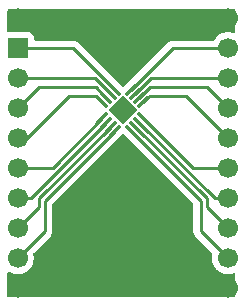
<source format=gtl>
G04 #@! TF.GenerationSoftware,KiCad,Pcbnew,9.0.6*
G04 #@! TF.CreationDate,2026-01-02T14:07:03-06:00*
G04 #@! TF.ProjectId,QFN-16_3x3,51464e2d-3136-45f3-9378-332e6b696361,rev?*
G04 #@! TF.SameCoordinates,Original*
G04 #@! TF.FileFunction,Copper,L1,Top*
G04 #@! TF.FilePolarity,Positive*
%FSLAX46Y46*%
G04 Gerber Fmt 4.6, Leading zero omitted, Abs format (unit mm)*
G04 Created by KiCad (PCBNEW 9.0.6) date 2026-01-02 14:07:03*
%MOMM*%
%LPD*%
G01*
G04 APERTURE LIST*
G04 Aperture macros list*
%AMRoundRect*
0 Rectangle with rounded corners*
0 $1 Rounding radius*
0 $2 $3 $4 $5 $6 $7 $8 $9 X,Y pos of 4 corners*
0 Add a 4 corners polygon primitive as box body*
4,1,4,$2,$3,$4,$5,$6,$7,$8,$9,$2,$3,0*
0 Add four circle primitives for the rounded corners*
1,1,$1+$1,$2,$3*
1,1,$1+$1,$4,$5*
1,1,$1+$1,$6,$7*
1,1,$1+$1,$8,$9*
0 Add four rect primitives between the rounded corners*
20,1,$1+$1,$2,$3,$4,$5,0*
20,1,$1+$1,$4,$5,$6,$7,0*
20,1,$1+$1,$6,$7,$8,$9,0*
20,1,$1+$1,$8,$9,$2,$3,0*%
%AMRotRect*
0 Rectangle, with rotation*
0 The origin of the aperture is its center*
0 $1 length*
0 $2 width*
0 $3 Rotation angle, in degrees counterclockwise*
0 Add horizontal line*
21,1,$1,$2,0,0,$3*%
G04 Aperture macros list end*
G04 #@! TA.AperFunction,SMDPad,CuDef*
%ADD10RoundRect,0.062500X-0.437522X0.349134X0.349134X-0.437522X0.437522X-0.349134X-0.349134X0.437522X0*%
G04 #@! TD*
G04 #@! TA.AperFunction,SMDPad,CuDef*
%ADD11RoundRect,0.062500X-0.437522X-0.349134X-0.349134X-0.437522X0.437522X0.349134X0.349134X0.437522X0*%
G04 #@! TD*
G04 #@! TA.AperFunction,HeatsinkPad*
%ADD12C,0.500000*%
G04 #@! TD*
G04 #@! TA.AperFunction,HeatsinkPad*
%ADD13RotRect,1.700000X1.700000X315.000000*%
G04 #@! TD*
G04 #@! TA.AperFunction,ComponentPad*
%ADD14C,1.700000*%
G04 #@! TD*
G04 #@! TA.AperFunction,ComponentPad*
%ADD15R,1.700000X1.700000*%
G04 #@! TD*
G04 #@! TA.AperFunction,ViaPad*
%ADD16C,0.600000*%
G04 #@! TD*
G04 #@! TA.AperFunction,Conductor*
%ADD17C,0.250000*%
G04 #@! TD*
G04 APERTURE END LIST*
D10*
X130126581Y-115278885D03*
X129773028Y-115632439D03*
X129419475Y-115985992D03*
X129065921Y-116339545D03*
D11*
X129065921Y-117706383D03*
X129419475Y-118059936D03*
X129773028Y-118413489D03*
X130126581Y-118767043D03*
D10*
X131493419Y-118767043D03*
X131846972Y-118413489D03*
X132200525Y-118059936D03*
X132554079Y-117706383D03*
D11*
X132554079Y-116339545D03*
X132200525Y-115985992D03*
X131846972Y-115632439D03*
X131493419Y-115278885D03*
D12*
X130810000Y-116174436D03*
X129961472Y-117022964D03*
D13*
X130810000Y-117022964D03*
D12*
X131658528Y-117022964D03*
X130810000Y-117871492D03*
D14*
X121920000Y-109220000D03*
D15*
X121920000Y-111760000D03*
D14*
X121920000Y-114299999D03*
X121920000Y-116840000D03*
X121920000Y-119380000D03*
X121920000Y-121920000D03*
X121920000Y-124460000D03*
X121920000Y-127000001D03*
X121920000Y-129540000D03*
X121920000Y-132080000D03*
X139700000Y-109220001D03*
X139700000Y-111760001D03*
X139700000Y-114300001D03*
X139700000Y-116840001D03*
X139700000Y-119380001D03*
X139700000Y-121920001D03*
X139700000Y-124460001D03*
X139700000Y-127000001D03*
X139700000Y-129540001D03*
X139700000Y-132080001D03*
D16*
X130810000Y-127000000D03*
X130810000Y-114427000D03*
X130810000Y-119634000D03*
D17*
X124206000Y-127254000D02*
X124206000Y-124687624D01*
X124206000Y-124687624D02*
X130126581Y-118767043D01*
X121920000Y-129540000D02*
X124206000Y-127254000D01*
X123698000Y-124488517D02*
X123698000Y-125222001D01*
X123698000Y-125222001D02*
X121920000Y-127000001D01*
X129773028Y-118413489D02*
X123698000Y-124488517D01*
X137414000Y-124687624D02*
X131493419Y-118767043D01*
X139700000Y-129540001D02*
X137414000Y-127254001D01*
X137414000Y-127254001D02*
X137414000Y-124687624D01*
X137922000Y-124488517D02*
X137922000Y-125222001D01*
X131846972Y-118413489D02*
X137922000Y-124488517D01*
X137922000Y-125222001D02*
X139700000Y-127000001D01*
X136767697Y-121920001D02*
X139700000Y-121920001D01*
X132554079Y-117706383D02*
X136767697Y-121920001D01*
X124852304Y-121920000D02*
X121920000Y-121920000D01*
X129065921Y-117706383D02*
X124852304Y-121920000D01*
X123698000Y-115062000D02*
X121920000Y-116840000D01*
X128495483Y-115062000D02*
X123698000Y-115062000D01*
X129419475Y-115985992D02*
X128495483Y-115062000D01*
X129419475Y-118059936D02*
X123019411Y-124460000D01*
X123019411Y-124460000D02*
X121920000Y-124460000D01*
X126607696Y-111760000D02*
X121920000Y-111760000D01*
X130126581Y-115278885D02*
X126607696Y-111760000D01*
X128440588Y-114299999D02*
X121920000Y-114299999D01*
X129773028Y-115632439D02*
X128440588Y-114299999D01*
X132200525Y-115985992D02*
X133124517Y-115062000D01*
X133124517Y-115062000D02*
X137921999Y-115062000D01*
X137921999Y-115062000D02*
X139700000Y-116840001D01*
X131493419Y-115278885D02*
X135012303Y-111760001D01*
X135012303Y-111760001D02*
X139700000Y-111760001D01*
X133179410Y-114300001D02*
X139700000Y-114300001D01*
X131846972Y-115632439D02*
X133179410Y-114300001D01*
X122682000Y-119380000D02*
X121920000Y-119380000D01*
X126238000Y-115824000D02*
X122682000Y-119380000D01*
X129065921Y-116339545D02*
X128550376Y-115824000D01*
X128550376Y-115824000D02*
X126238000Y-115824000D01*
X133069624Y-115824000D02*
X136143999Y-115824000D01*
X136143999Y-115824000D02*
X139700000Y-119380001D01*
X132554079Y-116339545D02*
X133069624Y-115824000D01*
X132200525Y-118059936D02*
X138600590Y-124460001D01*
X138600590Y-124460001D02*
X139700000Y-124460001D01*
G04 #@! TA.AperFunction,Conductor*
G36*
X130853333Y-119027393D02*
G01*
X130897678Y-119055891D01*
X131000497Y-119158710D01*
X131000504Y-119158718D01*
X136752181Y-124910395D01*
X136785666Y-124971718D01*
X136788500Y-124998076D01*
X136788500Y-127315607D01*
X136805034Y-127398734D01*
X136812537Y-127436452D01*
X136859688Y-127550287D01*
X136893884Y-127601464D01*
X136928142Y-127652734D01*
X137015267Y-127739859D01*
X137015270Y-127739861D01*
X137022565Y-127747156D01*
X138357571Y-129082162D01*
X138391056Y-129143485D01*
X138387822Y-129208159D01*
X138382753Y-129223758D01*
X138349500Y-129433714D01*
X138349500Y-129646287D01*
X138382753Y-129856240D01*
X138448444Y-130058415D01*
X138544951Y-130247821D01*
X138669890Y-130419787D01*
X138820213Y-130570110D01*
X138992179Y-130695049D01*
X138992181Y-130695050D01*
X138992184Y-130695052D01*
X139181588Y-130791558D01*
X139383757Y-130857247D01*
X139593713Y-130890501D01*
X139593714Y-130890501D01*
X139806286Y-130890501D01*
X139806287Y-130890501D01*
X140016243Y-130857247D01*
X140179184Y-130804303D01*
X140249022Y-130802309D01*
X140308855Y-130838389D01*
X140339683Y-130901090D01*
X140341499Y-130922235D01*
X140341499Y-132728859D01*
X140321814Y-132795898D01*
X140269010Y-132841653D01*
X140217499Y-132852859D01*
X121146499Y-132852859D01*
X121079460Y-132833174D01*
X121033705Y-132780370D01*
X121022499Y-132728859D01*
X121022499Y-130800230D01*
X121042184Y-130733191D01*
X121094988Y-130687436D01*
X121164146Y-130677492D01*
X121207662Y-130693193D01*
X121207843Y-130692839D01*
X121210667Y-130694277D01*
X121211288Y-130694502D01*
X121212182Y-130695049D01*
X121212184Y-130695051D01*
X121401588Y-130791557D01*
X121603757Y-130857246D01*
X121813713Y-130890500D01*
X121813714Y-130890500D01*
X122026286Y-130890500D01*
X122026287Y-130890500D01*
X122236243Y-130857246D01*
X122438412Y-130791557D01*
X122627816Y-130695051D01*
X122651984Y-130677492D01*
X122799786Y-130570109D01*
X122799788Y-130570106D01*
X122799792Y-130570104D01*
X122950104Y-130419792D01*
X122950108Y-130419787D01*
X122950109Y-130419786D01*
X123075048Y-130247820D01*
X123075050Y-130247817D01*
X123075051Y-130247816D01*
X123171557Y-130058412D01*
X123237246Y-129856243D01*
X123270500Y-129646287D01*
X123270500Y-129433713D01*
X123237246Y-129223757D01*
X123232179Y-129208162D01*
X123230182Y-129138321D01*
X123262426Y-129082162D01*
X124604729Y-127739860D01*
X124604733Y-127739858D01*
X124691858Y-127652733D01*
X124760311Y-127550286D01*
X124807463Y-127436452D01*
X124831500Y-127315606D01*
X124831500Y-124998076D01*
X124851185Y-124931037D01*
X124867819Y-124910395D01*
X127232714Y-122545500D01*
X130612438Y-119165776D01*
X130612439Y-119165774D01*
X130722318Y-119055893D01*
X130783641Y-119022409D01*
X130853333Y-119027393D01*
G37*
G04 #@! TD.AperFunction*
G04 #@! TA.AperFunction,Conductor*
G36*
X130886642Y-116229536D02*
G01*
X130912423Y-116259283D01*
X130912722Y-116259055D01*
X130916555Y-116264050D01*
X130917379Y-116265001D01*
X130917666Y-116265498D01*
X130985249Y-116353573D01*
X130985250Y-116353574D01*
X130985252Y-116353576D01*
X130985256Y-116353581D01*
X131125830Y-116494154D01*
X131213908Y-116561741D01*
X131213914Y-116561743D01*
X131220951Y-116565807D01*
X131219246Y-116568758D01*
X131261379Y-116602703D01*
X131266635Y-116612319D01*
X131267159Y-116612017D01*
X131271223Y-116619057D01*
X131338802Y-116707126D01*
X131338803Y-116707127D01*
X131338805Y-116707129D01*
X131338809Y-116707134D01*
X131479383Y-116847707D01*
X131479387Y-116847710D01*
X131479389Y-116847712D01*
X131479392Y-116847715D01*
X131567455Y-116915290D01*
X131567458Y-116915291D01*
X131567461Y-116915294D01*
X131567464Y-116915295D01*
X131567946Y-116915574D01*
X131568277Y-116915921D01*
X131573909Y-116920243D01*
X131573235Y-116921120D01*
X131616164Y-116966139D01*
X131629390Y-117034745D01*
X131603425Y-117099611D01*
X131573679Y-117125386D01*
X131573909Y-117125686D01*
X131568889Y-117129537D01*
X131567952Y-117130350D01*
X131567462Y-117130632D01*
X131479390Y-117198213D01*
X131479389Y-117198214D01*
X131338804Y-117338800D01*
X131338801Y-117338803D01*
X131271223Y-117426869D01*
X131267159Y-117433910D01*
X131264237Y-117432223D01*
X131230085Y-117474464D01*
X131220652Y-117479612D01*
X131220947Y-117480123D01*
X131213906Y-117484187D01*
X131125837Y-117551766D01*
X131125836Y-117551767D01*
X130985254Y-117692350D01*
X130964197Y-117719792D01*
X130917670Y-117780425D01*
X130917669Y-117780426D01*
X130917669Y-117780427D01*
X130917384Y-117780921D01*
X130917034Y-117781254D01*
X130912723Y-117786873D01*
X130911846Y-117786200D01*
X130866814Y-117829134D01*
X130798206Y-117842353D01*
X130733343Y-117816381D01*
X130707576Y-117786643D01*
X130707278Y-117786873D01*
X130703426Y-117781853D01*
X130702614Y-117780916D01*
X130702331Y-117780426D01*
X130634750Y-117692354D01*
X130634749Y-117692353D01*
X130634746Y-117692350D01*
X130634744Y-117692347D01*
X130494170Y-117551774D01*
X130494165Y-117551770D01*
X130494163Y-117551768D01*
X130494160Y-117551765D01*
X130406097Y-117484190D01*
X130399056Y-117480125D01*
X130400751Y-117477188D01*
X130358561Y-117443137D01*
X130353365Y-117433613D01*
X130352843Y-117433915D01*
X130348778Y-117426876D01*
X130348777Y-117426872D01*
X130348774Y-117426868D01*
X130281197Y-117338801D01*
X130281196Y-117338800D01*
X130281194Y-117338798D01*
X130281191Y-117338794D01*
X130140617Y-117198221D01*
X130140612Y-117198217D01*
X130140610Y-117198215D01*
X130140607Y-117198212D01*
X130052541Y-117130634D01*
X130052043Y-117130347D01*
X130051706Y-117129994D01*
X130046091Y-117125685D01*
X130046763Y-117124809D01*
X130003830Y-117079777D01*
X129990611Y-117011169D01*
X130016583Y-116946306D01*
X130046320Y-116920541D01*
X130046091Y-116920242D01*
X130051116Y-116916385D01*
X130052058Y-116915570D01*
X130052522Y-116915300D01*
X130052539Y-116915294D01*
X130140617Y-116847708D01*
X130281190Y-116707134D01*
X130348777Y-116619056D01*
X130348778Y-116619051D01*
X130348780Y-116619050D01*
X130352842Y-116612016D01*
X130355815Y-116613732D01*
X130389589Y-116571688D01*
X130399368Y-116566348D01*
X130399054Y-116565804D01*
X130406086Y-116561743D01*
X130406092Y-116561741D01*
X130494170Y-116494155D01*
X130634743Y-116353581D01*
X130702330Y-116265503D01*
X130702335Y-116265490D01*
X130702606Y-116265022D01*
X130702950Y-116264693D01*
X130707278Y-116259054D01*
X130708156Y-116259728D01*
X130753169Y-116216802D01*
X130821775Y-116203573D01*
X130886642Y-116229536D01*
G37*
G04 #@! TD.AperFunction*
G04 #@! TA.AperFunction,Conductor*
G36*
X140284538Y-108473544D02*
G01*
X140330293Y-108526348D01*
X140341499Y-108577859D01*
X140341499Y-110377766D01*
X140321814Y-110444805D01*
X140269010Y-110490560D01*
X140199852Y-110500504D01*
X140179181Y-110495697D01*
X140016240Y-110442754D01*
X139846739Y-110415908D01*
X139806287Y-110409501D01*
X139593713Y-110409501D01*
X139553261Y-110415908D01*
X139383760Y-110442754D01*
X139181585Y-110508445D01*
X138992179Y-110604952D01*
X138820213Y-110729891D01*
X138669890Y-110880214D01*
X138544950Y-111052181D01*
X138537503Y-111066798D01*
X138489527Y-111117593D01*
X138427019Y-111134501D01*
X135073909Y-111134501D01*
X134950696Y-111134501D01*
X134930556Y-111138507D01*
X134829851Y-111158537D01*
X134829847Y-111158539D01*
X134716019Y-111205688D01*
X134613680Y-111274070D01*
X134613576Y-111274139D01*
X134613571Y-111274142D01*
X134613563Y-111274148D01*
X131014631Y-114873082D01*
X131014628Y-114873085D01*
X131007562Y-114880152D01*
X131007560Y-114880153D01*
X130938538Y-114949175D01*
X130897680Y-114990033D01*
X130836357Y-115023517D01*
X130766665Y-115018533D01*
X130722318Y-114990032D01*
X127097894Y-111365608D01*
X127097874Y-111365586D01*
X127006429Y-111274141D01*
X126961021Y-111243801D01*
X126961020Y-111243800D01*
X126955205Y-111239915D01*
X126903982Y-111205688D01*
X126823488Y-111172347D01*
X126808153Y-111165995D01*
X126790149Y-111158537D01*
X126780123Y-111156543D01*
X126729725Y-111146518D01*
X126669306Y-111134500D01*
X126669303Y-111134500D01*
X126669302Y-111134500D01*
X123394499Y-111134500D01*
X123327460Y-111114815D01*
X123281705Y-111062011D01*
X123270499Y-111010500D01*
X123270499Y-110862129D01*
X123270498Y-110862123D01*
X123264091Y-110802516D01*
X123213797Y-110667671D01*
X123213793Y-110667664D01*
X123127547Y-110552455D01*
X123127544Y-110552452D01*
X123012335Y-110466206D01*
X123012328Y-110466202D01*
X122877482Y-110415908D01*
X122877483Y-110415908D01*
X122817883Y-110409501D01*
X122817881Y-110409500D01*
X122817873Y-110409500D01*
X122817865Y-110409500D01*
X121146499Y-110409500D01*
X121079460Y-110389815D01*
X121033705Y-110337011D01*
X121022499Y-110285500D01*
X121022499Y-108577859D01*
X121042184Y-108510820D01*
X121094988Y-108465065D01*
X121146499Y-108453859D01*
X140217499Y-108453859D01*
X140284538Y-108473544D01*
G37*
G04 #@! TD.AperFunction*
M02*

</source>
